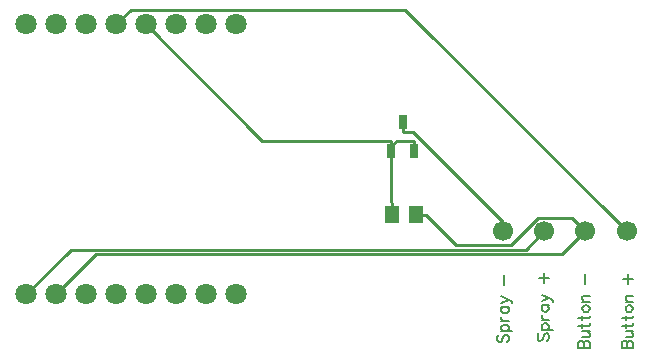
<source format=gtl>
G04 Layer: TopLayer*
G04 EasyEDA v6.4.21, 2021-08-27T17:56:30+02:00*
G04 e7cb7ce6d9f94255a7045453de3fad17,10*
G04 Gerber Generator version 0.2*
G04 Scale: 100 percent, Rotated: No, Reflected: No *
G04 Dimensions in millimeters *
G04 leading zeros omitted , absolute positions ,4 integer and 5 decimal *
%FSLAX45Y45*%
%MOMM*%

%ADD10C,0.2540*%
%ADD11C,0.2032*%
%ADD13R,0.7000X1.2500*%
%ADD14C,1.7000*%
%ADD15C,1.8000*%

%LPD*%
D11*
X5843524Y4788154D02*
G01*
X5834634Y4779010D01*
X5830061Y4765294D01*
X5830061Y4747005D01*
X5834634Y4733544D01*
X5843524Y4724400D01*
X5852668Y4724400D01*
X5861811Y4728971D01*
X5866384Y4733544D01*
X5870956Y4742687D01*
X5880100Y4769865D01*
X5884418Y4779010D01*
X5888990Y4783581D01*
X5898134Y4788154D01*
X5911850Y4788154D01*
X5920993Y4779010D01*
X5925565Y4765294D01*
X5925565Y4747005D01*
X5920993Y4733544D01*
X5911850Y4724400D01*
X5861811Y4818126D02*
G01*
X5957315Y4818126D01*
X5875527Y4818126D02*
G01*
X5866384Y4827015D01*
X5861811Y4836160D01*
X5861811Y4849876D01*
X5866384Y4859020D01*
X5875527Y4867910D01*
X5888990Y4872481D01*
X5898134Y4872481D01*
X5911850Y4867910D01*
X5920993Y4859020D01*
X5925565Y4849876D01*
X5925565Y4836160D01*
X5920993Y4827015D01*
X5911850Y4818126D01*
X5861811Y4902707D02*
G01*
X5925565Y4902707D01*
X5888990Y4902707D02*
G01*
X5875527Y4907026D01*
X5866384Y4916170D01*
X5861811Y4925313D01*
X5861811Y4939029D01*
X5861811Y5023612D02*
G01*
X5925565Y5023612D01*
X5875527Y5023612D02*
G01*
X5866384Y5014468D01*
X5861811Y5005323D01*
X5861811Y4991607D01*
X5866384Y4982463D01*
X5875527Y4973573D01*
X5888990Y4969002D01*
X5898134Y4969002D01*
X5911850Y4973573D01*
X5920993Y4982463D01*
X5925565Y4991607D01*
X5925565Y5005323D01*
X5920993Y5014468D01*
X5911850Y5023612D01*
X5861811Y5058155D02*
G01*
X5925565Y5085334D01*
X5861811Y5112512D02*
G01*
X5925565Y5085334D01*
X5943600Y5076189D01*
X5952743Y5067045D01*
X5957315Y5058155D01*
X5957315Y5053584D01*
X5884418Y5212587D02*
G01*
X5884418Y5294376D01*
X6186424Y4800854D02*
G01*
X6177534Y4791710D01*
X6172961Y4777994D01*
X6172961Y4759705D01*
X6177534Y4746244D01*
X6186424Y4737100D01*
X6195568Y4737100D01*
X6204711Y4741671D01*
X6209284Y4746244D01*
X6213856Y4755387D01*
X6223000Y4782565D01*
X6227318Y4791710D01*
X6231890Y4796281D01*
X6241034Y4800854D01*
X6254750Y4800854D01*
X6263893Y4791710D01*
X6268465Y4777994D01*
X6268465Y4759705D01*
X6263893Y4746244D01*
X6254750Y4737100D01*
X6204711Y4830826D02*
G01*
X6300215Y4830826D01*
X6218427Y4830826D02*
G01*
X6209284Y4839715D01*
X6204711Y4848860D01*
X6204711Y4862576D01*
X6209284Y4871720D01*
X6218427Y4880610D01*
X6231890Y4885181D01*
X6241034Y4885181D01*
X6254750Y4880610D01*
X6263893Y4871720D01*
X6268465Y4862576D01*
X6268465Y4848860D01*
X6263893Y4839715D01*
X6254750Y4830826D01*
X6204711Y4915407D02*
G01*
X6268465Y4915407D01*
X6231890Y4915407D02*
G01*
X6218427Y4919726D01*
X6209284Y4928870D01*
X6204711Y4938013D01*
X6204711Y4951729D01*
X6204711Y5036312D02*
G01*
X6268465Y5036312D01*
X6218427Y5036312D02*
G01*
X6209284Y5027168D01*
X6204711Y5018023D01*
X6204711Y5004307D01*
X6209284Y4995163D01*
X6218427Y4986273D01*
X6231890Y4981702D01*
X6241034Y4981702D01*
X6254750Y4986273D01*
X6263893Y4995163D01*
X6268465Y5004307D01*
X6268465Y5018023D01*
X6263893Y5027168D01*
X6254750Y5036312D01*
X6204711Y5070855D02*
G01*
X6268465Y5098034D01*
X6204711Y5125212D02*
G01*
X6268465Y5098034D01*
X6286500Y5088889D01*
X6295643Y5079745D01*
X6300215Y5070855D01*
X6300215Y5066284D01*
X6186424Y5266181D02*
G01*
X6268465Y5266181D01*
X6227318Y5225287D02*
G01*
X6227318Y5307076D01*
X6515861Y4673600D02*
G01*
X6611365Y4673600D01*
X6515861Y4673600D02*
G01*
X6515861Y4714494D01*
X6520434Y4728210D01*
X6525006Y4732781D01*
X6533895Y4737354D01*
X6543040Y4737354D01*
X6552184Y4732781D01*
X6556756Y4728210D01*
X6561327Y4714494D01*
X6561327Y4673600D02*
G01*
X6561327Y4714494D01*
X6565900Y4728210D01*
X6570218Y4732781D01*
X6579361Y4737354D01*
X6593077Y4737354D01*
X6602222Y4732781D01*
X6606793Y4728210D01*
X6611365Y4714494D01*
X6611365Y4673600D01*
X6547611Y4767326D02*
G01*
X6593077Y4767326D01*
X6606793Y4771897D01*
X6611365Y4780787D01*
X6611365Y4794504D01*
X6606793Y4803647D01*
X6593077Y4817110D01*
X6547611Y4817110D02*
G01*
X6611365Y4817110D01*
X6515861Y4860797D02*
G01*
X6593077Y4860797D01*
X6606793Y4865370D01*
X6611365Y4874513D01*
X6611365Y4883657D01*
X6547611Y4847336D02*
G01*
X6547611Y4879086D01*
X6515861Y4927345D02*
G01*
X6593077Y4927345D01*
X6606793Y4931663D01*
X6611365Y4940807D01*
X6611365Y4949952D01*
X6547611Y4913629D02*
G01*
X6547611Y4945379D01*
X6547611Y5002784D02*
G01*
X6552184Y4993639D01*
X6561327Y4984495D01*
X6574790Y4979923D01*
X6583934Y4979923D01*
X6597650Y4984495D01*
X6606793Y4993639D01*
X6611365Y5002784D01*
X6611365Y5016245D01*
X6606793Y5025389D01*
X6597650Y5034534D01*
X6583934Y5039105D01*
X6574790Y5039105D01*
X6561327Y5034534D01*
X6552184Y5025389D01*
X6547611Y5016245D01*
X6547611Y5002784D01*
X6547611Y5069078D02*
G01*
X6611365Y5069078D01*
X6565900Y5069078D02*
G01*
X6552184Y5082794D01*
X6547611Y5091684D01*
X6547611Y5105400D01*
X6552184Y5114544D01*
X6565900Y5119115D01*
X6611365Y5119115D01*
X6570218Y5218937D02*
G01*
X6570218Y5300979D01*
X6884161Y4673600D02*
G01*
X6979665Y4673600D01*
X6884161Y4673600D02*
G01*
X6884161Y4714494D01*
X6888734Y4728210D01*
X6893306Y4732781D01*
X6902195Y4737354D01*
X6911340Y4737354D01*
X6920484Y4732781D01*
X6925056Y4728210D01*
X6929627Y4714494D01*
X6929627Y4673600D02*
G01*
X6929627Y4714494D01*
X6934200Y4728210D01*
X6938518Y4732781D01*
X6947661Y4737354D01*
X6961377Y4737354D01*
X6970522Y4732781D01*
X6975093Y4728210D01*
X6979665Y4714494D01*
X6979665Y4673600D01*
X6915911Y4767326D02*
G01*
X6961377Y4767326D01*
X6975093Y4771897D01*
X6979665Y4780787D01*
X6979665Y4794504D01*
X6975093Y4803647D01*
X6961377Y4817110D01*
X6915911Y4817110D02*
G01*
X6979665Y4817110D01*
X6884161Y4860797D02*
G01*
X6961377Y4860797D01*
X6975093Y4865370D01*
X6979665Y4874513D01*
X6979665Y4883657D01*
X6915911Y4847336D02*
G01*
X6915911Y4879086D01*
X6884161Y4927345D02*
G01*
X6961377Y4927345D01*
X6975093Y4931663D01*
X6979665Y4940807D01*
X6979665Y4949952D01*
X6915911Y4913629D02*
G01*
X6915911Y4945379D01*
X6915911Y5002784D02*
G01*
X6920484Y4993639D01*
X6929627Y4984495D01*
X6943090Y4979923D01*
X6952234Y4979923D01*
X6965950Y4984495D01*
X6975093Y4993639D01*
X6979665Y5002784D01*
X6979665Y5016245D01*
X6975093Y5025389D01*
X6965950Y5034534D01*
X6952234Y5039105D01*
X6943090Y5039105D01*
X6929627Y5034534D01*
X6920484Y5025389D01*
X6915911Y5016245D01*
X6915911Y5002784D01*
X6915911Y5069078D02*
G01*
X6979665Y5069078D01*
X6934200Y5069078D02*
G01*
X6920484Y5082794D01*
X6915911Y5091684D01*
X6915911Y5105400D01*
X6920484Y5114544D01*
X6934200Y5119115D01*
X6979665Y5119115D01*
X6897624Y5260086D02*
G01*
X6979665Y5260086D01*
X6938518Y5218937D02*
G01*
X6938518Y5300979D01*
D10*
X2857502Y7416817D02*
G01*
X3842336Y6431983D01*
X4934206Y6431983D01*
X4934206Y6386669D02*
G01*
X4934206Y6431983D01*
X4934206Y6386669D02*
G01*
X4979520Y6431983D01*
X5124198Y6431983D01*
X5124198Y6341356D02*
G01*
X5124198Y6431983D01*
X4934206Y6364013D02*
G01*
X4934206Y6386669D01*
X4934206Y6364013D02*
G01*
X4934206Y6341356D01*
X4934206Y6341356D02*
G01*
X4934206Y5910597D01*
X4940302Y5904501D01*
X4940302Y5803892D02*
G01*
X4940302Y5904501D01*
X6925795Y5664192D02*
G01*
X5051579Y7538407D01*
X2725092Y7538407D01*
X2603502Y7416817D01*
X2095502Y5130817D02*
G01*
X2433043Y5468358D01*
X6379974Y5468358D01*
X6575808Y5664192D01*
X6575808Y5664192D02*
G01*
X6462676Y5777323D01*
X6177688Y5777323D01*
X5950460Y5550095D01*
X5483430Y5550095D01*
X5229633Y5803892D01*
X5143502Y5803892D02*
G01*
X5229633Y5803892D01*
X1841502Y5130817D02*
G01*
X2219911Y5509226D01*
X6070831Y5509226D01*
X6225796Y5664192D01*
X5029202Y6500665D02*
G01*
X5119829Y6500665D01*
X5875809Y5744684D01*
X5875809Y5664192D01*
X5029202Y6591292D02*
G01*
X5029202Y6500665D01*
G36*
X4882299Y5876399D02*
G01*
X4998300Y5876399D01*
X4998300Y5731400D01*
X4882299Y5731400D01*
G37*
G36*
X5085499Y5876399D02*
G01*
X5201500Y5876399D01*
X5201500Y5731400D01*
X5085499Y5731400D01*
G37*
D13*
G01*
X5029200Y6591300D03*
G01*
X5124195Y6341363D03*
G01*
X4934204Y6341363D03*
D14*
G01*
X5875807Y5664192D03*
G01*
X6225793Y5664192D03*
G01*
X6575806Y5664192D03*
G01*
X6925792Y5664192D03*
D15*
G01*
X3619500Y7416805D03*
G01*
X3365500Y7416805D03*
G01*
X3111500Y7416805D03*
G01*
X2857500Y7416805D03*
G01*
X2603500Y7416805D03*
G01*
X2349500Y7416805D03*
G01*
X2095500Y7416805D03*
G01*
X1841500Y7416805D03*
G01*
X3619500Y5130805D03*
G01*
X3365500Y5130805D03*
G01*
X3111500Y5130805D03*
G01*
X2857500Y5130805D03*
G01*
X2603500Y5130805D03*
G01*
X2349500Y5130805D03*
G01*
X2095500Y5130805D03*
G01*
X1841500Y5130805D03*
M02*

</source>
